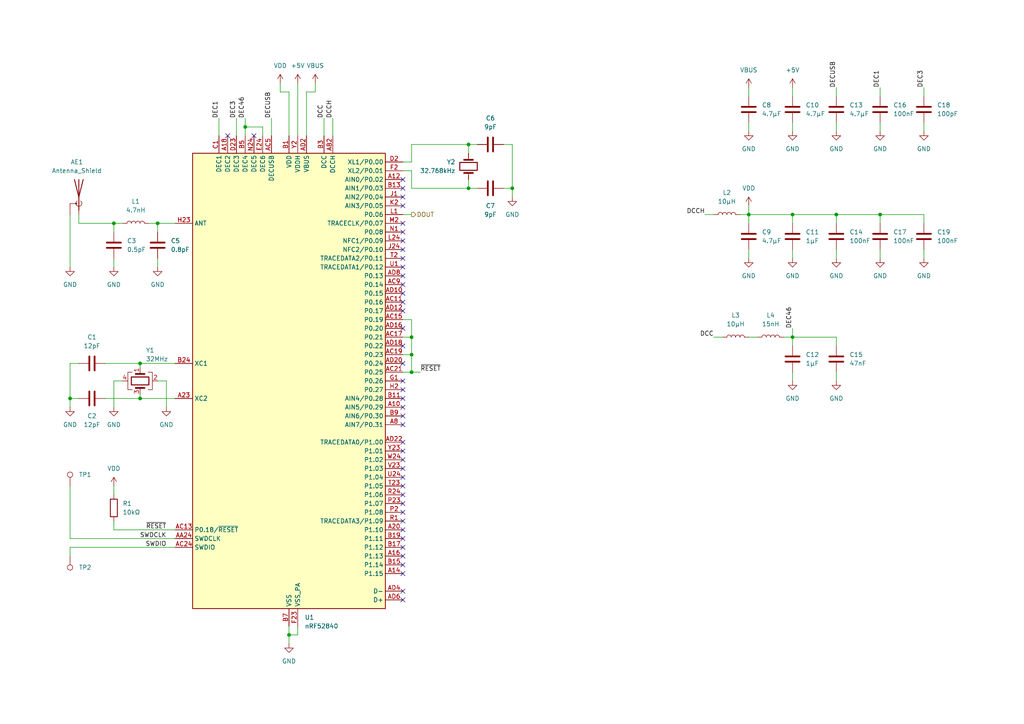
<source format=kicad_sch>
(kicad_sch (version 20211123) (generator eeschema)
  (paper "A4")
  (title_block (title "nrf-lumen") (date "2023-06-11") (rev "1") (company "Leon Rinkel") (comment 1 "leon@rinkel.me") (comment 2 "git.leon.fyi/nrf-lumen"))
  (lib_symbols
    (symbol "Connector:TestPoint" (pin_numbers hide) (pin_names (offset 0.762) hide)
      (property "Reference" "TP" (at 0 6.858 0))
      (property "Value" "TestPoint" (at 0 5.08 0))
      (symbol "TestPoint_0_1"
        (circle (center 0 3.302) (radius 0.762))
      )
      (symbol "TestPoint_1_1"
        (pin passive line (at 0 0 90) (length 2.54) (name "1") (number "1"))
      )
    )
    (symbol "Device:Antenna_Shield" (pin_numbers hide) (pin_names (offset 1.016) hide)
      (property "Reference" "AE" (at -1.905 4.445 0))
      (property "Value" "Antenna_Shield" (at -1.905 2.54 0))
      (symbol "Antenna_Shield_0_1"
        (arc (start -0.508 -1.143) (mid -0.8429 -2.1194) (end 0 -2.667))
        (arc (start 0 -2.667) (mid 0.7989 -2.1052) (end 0.508 -1.143))
        (polyline (pts (xy 0 -2.54) (xy 0 0)))
        (polyline (pts (xy 0 5.08) (xy 0 -3.81)) (stroke (width 0.254)))
        (polyline (pts (xy 0.762 -1.905) (xy 2.54 -1.905)))
        (polyline (pts (xy 2.54 -2.54) (xy 2.54 -1.905)))
        (polyline (pts (xy 1.27 5.08) (xy 0 0) (xy -1.27 5.08)) (stroke (width 0.254)))
        (circle (center 0.762 -1.905) (radius 0.1778) (fill (type outline)))
      )
      (symbol "Antenna_Shield_1_1"
        (pin input line (at 0 -5.08 90) (length 2.54) (name "A") (number "1"))
        (pin input line (at 2.54 -5.08 90) (length 2.54) (name "Shield") (number "2"))
      )
    )
    (symbol "Device:C" (pin_numbers hide) (pin_names (offset 0.254))
      (property "Reference" "C" (at 0.635 2.54 0))
      (property "Value" "C" (at 0.635 -2.54 0))
      (symbol "C_0_1"
        (polyline (pts (xy -2.032 -0.762) (xy 2.032 -0.762)) (stroke (width 0.508)))
        (polyline (pts (xy -2.032 0.762) (xy 2.032 0.762)) (stroke (width 0.508)))
      )
      (symbol "C_1_1"
        (pin passive line (at 0 3.81 270) (length 2.794) (name "~") (number "1"))
        (pin passive line (at 0 -3.81 90) (length 2.794) (name "~") (number "2"))
      )
    )
    (symbol "Device:Crystal" (pin_numbers hide) (pin_names (offset 1.016) hide)
      (property "Reference" "Y" (at 0 3.81 0))
      (property "Value" "Crystal" (at 0 -3.81 0))
      (symbol "Crystal_0_1"
        (rectangle (start -1.143 2.54) (end 1.143 -2.54) (stroke (width 0.3048)))
        (polyline (pts (xy -2.54 0) (xy -1.905 0)))
        (polyline (pts (xy -1.905 -1.27) (xy -1.905 1.27)) (stroke (width 0.508)))
        (polyline (pts (xy 1.905 -1.27) (xy 1.905 1.27)) (stroke (width 0.508)))
        (polyline (pts (xy 2.54 0) (xy 1.905 0)))
      )
      (symbol "Crystal_1_1"
        (pin passive line (at -3.81 0 0) (length 1.27) (name "1") (number "1"))
        (pin passive line (at 3.81 0 180) (length 1.27) (name "2") (number "2"))
      )
    )
    (symbol "Device:Crystal_GND24" (pin_names (offset 1.016) hide)
      (property "Reference" "Y" (at 3.175 5.08 0))
      (property "Value" "Crystal_GND24" (at 3.175 3.175 0))
      (symbol "Crystal_GND24_0_1"
        (rectangle (start -1.143 2.54) (end 1.143 -2.54) (stroke (width 0.3048)))
        (polyline (pts (xy -2.54 0) (xy -2.032 0)))
        (polyline (pts (xy -2.032 -1.27) (xy -2.032 1.27)) (stroke (width 0.508)))
        (polyline (pts (xy 0 -3.81) (xy 0 -3.556)))
        (polyline (pts (xy 0 3.556) (xy 0 3.81)))
        (polyline (pts (xy 2.032 -1.27) (xy 2.032 1.27)) (stroke (width 0.508)))
        (polyline (pts (xy 2.032 0) (xy 2.54 0)))
        (polyline (pts (xy -2.54 -2.286) (xy -2.54 -3.556) (xy 2.54 -3.556) (xy 2.54 -2.286)))
        (polyline (pts (xy -2.54 2.286) (xy -2.54 3.556) (xy 2.54 3.556) (xy 2.54 2.286)))
      )
      (symbol "Crystal_GND24_1_1"
        (pin passive line (at -3.81 0 0) (length 1.27) (name "1") (number "1"))
        (pin passive line (at 0 5.08 270) (length 1.27) (name "2") (number "2"))
        (pin passive line (at 3.81 0 180) (length 1.27) (name "3") (number "3"))
        (pin passive line (at 0 -5.08 90) (length 1.27) (name "4") (number "4"))
      )
    )
    (symbol "Device:L" (pin_numbers hide) (pin_names (offset 1.016) hide)
      (property "Reference" "L" (at -1.27 0 90))
      (property "Value" "L" (at 1.905 0 90))
      (symbol "L_0_1"
        (arc (start 0 -2.54) (mid 0.635 -1.905) (end 0 -1.27))
        (arc (start 0 -1.27) (mid 0.635 -0.635) (end 0 0))
        (arc (start 0 0) (mid 0.635 0.635) (end 0 1.27))
        (arc (start 0 1.27) (mid 0.635 1.905) (end 0 2.54))
      )
      (symbol "L_1_1"
        (pin passive line (at 0 3.81 270) (length 1.27) (name "1") (number "1"))
        (pin passive line (at 0 -3.81 90) (length 1.27) (name "2") (number "2"))
      )
    )
    (symbol "Device:R" (pin_numbers hide) (pin_names (offset 0))
      (property "Reference" "R" (at 2.032 0 90))
      (property "Value" "R" (at 0 0 90))
      (symbol "R_0_1"
        (rectangle (start -1.016 -2.54) (end 1.016 2.54) (stroke (width 0.254)))
      )
      (symbol "R_1_1"
        (pin passive line (at 0 3.81 270) (length 1.27) (name "~") (number "1"))
        (pin passive line (at 0 -3.81 90) (length 1.27) (name "~") (number "2"))
      )
    )
    (symbol "MCU_Nordic:nRF52840"
      (property "Reference" "U" (at 0 5.08 0))
      (property "Value" "nRF52840" (at 0 2.54 0))
      (symbol "nRF52840_0_1"
        (rectangle (start -27.94 66.04) (end 27.94 -66.04) (stroke (width 0.254)) (fill (type background)))
      )
      (symbol "nRF52840_1_1"
        (pin bidirectional line (at 33.02 -7.62 180) (length 5.08) (name "AIN5/P0.29") (number "A10"))
        (pin bidirectional line (at 33.02 58.42 180) (length 5.08) (name "AIN0/P0.02") (number "A12"))
        (pin bidirectional line (at 33.02 -55.88 180) (length 5.08) (name "P1.15") (number "A14"))
        (pin bidirectional line (at 33.02 -50.8 180) (length 5.08) (name "P1.13") (number "A16"))
        (pin passive line (at -17.78 71.12 270) (length 5.08) (name "DEC2") (number "A18"))
        (pin bidirectional line (at 33.02 -43.18 180) (length 5.08) (name "P1.10") (number "A20"))
        (pin passive line (at 0 71.12 270) (length 5.08) hide (name "VDD") (number "A22"))
        (pin input line (at -33.02 -5.08 0) (length 5.08) (name "XC2") (number "A23"))
        (pin bidirectional line (at 33.02 -12.7 180) (length 5.08) (name "AIN7/P0.31") (number "A8"))
        (pin input line (at -33.02 -45.72 0) (length 5.08) (name "SWDCLK") (number "AA24"))
        (pin power_out line (at 12.7 71.12 270) (length 5.08) (name "DCCH") (number "AB2"))
        (pin bidirectional line (at 33.02 22.86 180) (length 5.08) (name "P0.16") (number "AC11"))
        (pin bidirectional line (at -33.02 -43.18 0) (length 5.08) (name "P0.18/~{RESET}") (number "AC13"))
        (pin bidirectional line (at 33.02 17.78 180) (length 5.08) (name "P0.19") (number "AC15"))
        (pin bidirectional line (at 33.02 12.7 180) (length 5.08) (name "P0.21") (number "AC17"))
        (pin bidirectional line (at 33.02 7.62 180) (length 5.08) (name "P0.23") (number "AC19"))
        (pin bidirectional line (at 33.02 2.54 180) (length 5.08) (name "P0.25") (number "AC21"))
        (pin bidirectional line (at -33.02 -48.26 0) (length 5.08) (name "SWDIO") (number "AC24"))
        (pin passive line (at -5.08 71.12 270) (length 5.08) (name "DECUSB") (number "AC5"))
        (pin bidirectional line (at 33.02 27.94 180) (length 5.08) (name "P0.14") (number "AC9"))
        (pin bidirectional line (at 33.02 25.4 180) (length 5.08) (name "P0.15") (number "AD10"))
        (pin bidirectional line (at 33.02 20.32 180) (length 5.08) (name "P0.17") (number "AD12"))
        (pin passive line (at 0 71.12 270) (length 5.08) hide (name "VDD") (number "AD14"))
        (pin bidirectional line (at 33.02 15.24 180) (length 5.08) (name "P0.20") (number "AD16"))
        (pin bidirectional line (at 33.02 10.16 180) (length 5.08) (name "P0.22") (number "AD18"))
        (pin power_in line (at 5.08 71.12 270) (length 5.08) (name "VBUS") (number "AD2"))
        (pin bidirectional line (at 33.02 5.08 180) (length 5.08) (name "P0.24") (number "AD20"))
        (pin bidirectional line (at 33.02 -17.78 180) (length 5.08) (name "TRACEDATA0/P1.00") (number "AD22"))
        (pin passive line (at 0 71.12 270) (length 5.08) hide (name "VDD") (number "AD23"))
        (pin bidirectional line (at 33.02 -60.96 180) (length 5.08) (name "D-") (number "AD4"))
        (pin bidirectional line (at 33.02 -63.5 180) (length 5.08) (name "D+") (number "AD6"))
        (pin bidirectional line (at 33.02 30.48 180) (length 5.08) (name "P0.13") (number "AD8"))
        (pin power_in line (at 0 71.12 270) (length 5.08) (name "VDD") (number "B1"))
        (pin bidirectional line (at 33.02 -5.08 180) (length 5.08) (name "AIN4/P0.28") (number "B11"))
        (pin bidirectional line (at 33.02 55.88 180) (length 5.08) (name "AIN1/P0.03") (number "B13"))
        (pin bidirectional line (at 33.02 -53.34 180) (length 5.08) (name "P1.14") (number "B15"))
        (pin bidirectional line (at 33.02 -48.26 180) (length 5.08) (name "P1.12") (number "B17"))
        (pin bidirectional line (at 33.02 -45.72 180) (length 5.08) (name "P1.11") (number "B19"))
        (pin input line (at -33.02 5.08 0) (length 5.08) (name "XC1") (number "B24"))
        (pin power_out line (at 10.16 71.12 270) (length 5.08) (name "DCC") (number "B3"))
        (pin passive line (at -12.7 71.12 270) (length 5.08) (name "DEC4") (number "B5"))
        (pin power_in line (at 0 -71.12 90) (length 5.08) (name "VSS") (number "B7"))
        (pin bidirectional line (at 33.02 -10.16 180) (length 5.08) (name "AIN6/P0.30") (number "B9"))
        (pin passive line (at -20.32 71.12 270) (length 5.08) (name "DEC1") (number "C1"))
        (pin bidirectional line (at 33.02 63.5 180) (length 5.08) (name "XL1/P0.00") (number "D2"))
        (pin passive line (at -15.24 71.12 270) (length 5.08) (name "DEC3") (number "D23"))
        (pin passive line (at -7.62 71.12 270) (length 5.08) (name "DEC6") (number "E24"))
        (pin passive line (at 0 -71.12 90) (length 5.08) hide (name "VSS") (number "EP"))
        (pin bidirectional line (at 33.02 60.96 180) (length 5.08) (name "XL2/P0.01") (number "F2"))
        (pin power_in line (at 2.54 -71.12 90) (length 5.08) (name "VSS_PA") (number "F23"))
        (pin bidirectional line (at 33.02 0 180) (length 5.08) (name "P0.26") (number "G1"))
        (pin bidirectional line (at 33.02 -2.54 180) (length 5.08) (name "P0.27") (number "H2"))
        (pin passive line (at -33.02 45.72 0) (length 5.08) (name "ANT") (number "H23"))
        (pin bidirectional line (at 33.02 53.34 180) (length 5.08) (name "AIN2/P0.04") (number "J1"))
        (pin bidirectional line (at 33.02 38.1 180) (length 5.08) (name "NFC2/P0.10") (number "J24"))
        (pin bidirectional line (at 33.02 50.8 180) (length 5.08) (name "AIN3/P0.05") (number "K2"))
        (pin bidirectional line (at 33.02 48.26 180) (length 5.08) (name "P0.06") (number "L1"))
        (pin bidirectional line (at 33.02 40.64 180) (length 5.08) (name "NFC1/P0.09") (number "L24"))
        (pin bidirectional line (at 33.02 45.72 180) (length 5.08) (name "TRACECLK/P0.07") (number "M2"))
        (pin bidirectional line (at 33.02 43.18 180) (length 5.08) (name "P0.08") (number "N1"))
        (pin passive line (at -10.16 71.12 270) (length 5.08) (name "DEC5") (number "N24"))
        (pin bidirectional line (at 33.02 -38.1 180) (length 5.08) (name "P1.08") (number "P2"))
        (pin bidirectional line (at 33.02 -35.56 180) (length 5.08) (name "P1.07") (number "P23"))
        (pin bidirectional line (at 33.02 -40.64 180) (length 5.08) (name "TRACEDATA3/P1.09") (number "R1"))
        (pin bidirectional line (at 33.02 -33.02 180) (length 5.08) (name "P1.06") (number "R24"))
        (pin bidirectional line (at 33.02 35.56 180) (length 5.08) (name "TRACEDATA2/P0.11") (number "T2"))
        (pin bidirectional line (at 33.02 -30.48 180) (length 5.08) (name "P1.05") (number "T23"))
        (pin bidirectional line (at 33.02 33.02 180) (length 5.08) (name "TRACEDATA1/P0.12") (number "U1"))
        (pin bidirectional line (at 33.02 -27.94 180) (length 5.08) (name "P1.04") (number "U24"))
        (pin bidirectional line (at 33.02 -25.4 180) (length 5.08) (name "P1.03") (number "V23"))
        (pin passive line (at 0 71.12 270) (length 5.08) hide (name "VDD") (number "W1"))
        (pin bidirectional line (at 33.02 -22.86 180) (length 5.08) (name "P1.02") (number "W24"))
        (pin power_in line (at 2.54 71.12 270) (length 5.08) (name "VDDH") (number "Y2"))
        (pin bidirectional line (at 33.02 -20.32 180) (length 5.08) (name "P1.01") (number "Y23"))
      )
    )
    (symbol "power:+5V" (power) (pin_names (offset 0))
      (property "Value" "+5V" (at 0 3.556 0))
      (symbol "+5V_0_1"
        (polyline (pts (xy -0.762 1.27) (xy 0 2.54)))
        (polyline (pts (xy 0 0) (xy 0 2.54)))
        (polyline (pts (xy 0 2.54) (xy 0.762 1.27)))
      )
      (symbol "+5V_1_1"
        (pin power_in line (at 0 0 90) (length 0) hide (name "+5V") (number "1"))
      )
    )
    (symbol "power:GND" (power) (pin_names (offset 0))
      (property "Value" "GND" (at 0 -3.81 0))
      (symbol "GND_0_1"
        (polyline (pts (xy 0 0) (xy 0 -1.27) (xy 1.27 -1.27) (xy 0 -2.54) (xy -1.27 -1.27) (xy 0 -1.27)))
      )
      (symbol "GND_1_1"
        (pin power_in line (at 0 0 270) (length 0) hide (name "GND") (number "1"))
      )
    )
    (symbol "power:VBUS" (power) (pin_names (offset 0))
      (property "Value" "VBUS" (at 0 3.81 0))
      (symbol "VBUS_0_1"
        (polyline (pts (xy -0.762 1.27) (xy 0 2.54)))
        (polyline (pts (xy 0 0) (xy 0 2.54)))
        (polyline (pts (xy 0 2.54) (xy 0.762 1.27)))
      )
      (symbol "VBUS_1_1"
        (pin power_in line (at 0 0 90) (length 0) hide (name "VBUS") (number "1"))
      )
    )
    (symbol "power:VDD" (power) (pin_names (offset 0))
      (property "Value" "VDD" (at 0 3.81 0))
      (symbol "VDD_0_1"
        (polyline (pts (xy -0.762 1.27) (xy 0 2.54)))
        (polyline (pts (xy 0 0) (xy 0 2.54)))
        (polyline (pts (xy 0 2.54) (xy 0.762 1.27)))
      )
      (symbol "VDD_1_1"
        (pin power_in line (at 0 0 90) (length 0) hide (name "VDD") (number "1"))
      )
    )
  )
  (junction (at 119.38 107.95))
  (junction (at 83.82 184.15))
  (junction (at 45.72 64.77))
  (junction (at 40.64 105.41))
  (junction (at 71.12 36.83))
  (junction (at 217.17 62.23))
  (junction (at 135.89 54.61))
  (junction (at 242.57 62.23))
  (junction (at 40.64 115.57))
  (junction (at 229.87 97.79))
  (junction (at 119.38 102.87))
  (junction (at 119.38 97.79))
  (junction (at 229.87 62.23))
  (junction (at 255.27 62.23))
  (junction (at 33.02 64.77))
  (junction (at 135.89 41.91))
  (junction (at 148.59 54.61))
  (junction (at 20.32 115.57))
  (no_connect (at 116.84 151.13))
  (no_connect (at 116.84 173.99))
  (no_connect (at 116.84 52.07))
  (no_connect (at 116.84 77.47))
  (no_connect (at 116.84 166.37))
  (no_connect (at 116.84 87.63))
  (no_connect (at 116.84 128.27))
  (no_connect (at 116.84 57.15))
  (no_connect (at 116.84 148.59))
  (no_connect (at 116.84 156.21))
  (no_connect (at 66.04 39.37))
  (no_connect (at 116.84 153.67))
  (no_connect (at 116.84 130.81))
  (no_connect (at 116.84 161.29))
  (no_connect (at 116.84 138.43))
  (no_connect (at 116.84 95.25))
  (no_connect (at 116.84 105.41))
  (no_connect (at 116.84 113.03))
  (no_connect (at 116.84 64.77))
  (no_connect (at 116.84 85.09))
  (no_connect (at 116.84 110.49))
  (no_connect (at 116.84 140.97))
  (no_connect (at 116.84 82.55))
  (no_connect (at 116.84 146.05))
  (no_connect (at 116.84 118.11))
  (no_connect (at 116.84 171.45))
  (no_connect (at 116.84 90.17))
  (no_connect (at 116.84 54.61))
  (no_connect (at 116.84 133.35))
  (no_connect (at 116.84 74.93))
  (no_connect (at 73.66 39.37))
  (no_connect (at 116.84 80.01))
  (no_connect (at 116.84 135.89))
  (no_connect (at 116.84 72.39))
  (no_connect (at 116.84 123.19))
  (no_connect (at 116.84 69.85))
  (no_connect (at 116.84 67.31))
  (no_connect (at 116.84 59.69))
  (no_connect (at 116.84 158.75))
  (no_connect (at 116.84 143.51))
  (no_connect (at 116.84 120.65))
  (no_connect (at 116.84 100.33))
  (no_connect (at 116.84 163.83))
  (no_connect (at 116.84 115.57))
  (wire (pts (xy 33.02 64.77) (xy 33.02 67.31)))
  (wire (pts (xy 93.98 34.29) (xy 93.98 39.37)))
  (wire (pts (xy 81.28 26.67) (xy 83.82 26.67)))
  (wire (pts (xy 40.64 106.68) (xy 40.64 105.41)))
  (wire (pts (xy 68.58 34.29) (xy 68.58 39.37)))
  (wire (pts (xy 83.82 26.67) (xy 83.82 39.37)))
  (wire (pts (xy 45.72 64.77) (xy 50.8 64.77)))
  (wire (pts (xy 214.63 62.23) (xy 217.17 62.23)))
  (wire (pts (xy 83.82 184.15) (xy 83.82 186.69)))
  (wire (pts (xy 255.27 35.56) (xy 255.27 38.1)))
  (wire (pts (xy 30.48 105.41) (xy 40.64 105.41)))
  (wire (pts (xy 116.84 49.53) (xy 119.38 49.53)))
  (wire (pts (xy 33.02 110.49) (xy 33.02 118.11)))
  (wire (pts (xy 242.57 62.23) (xy 255.27 62.23)))
  (wire (pts (xy 71.12 36.83) (xy 76.2 36.83)))
  (wire (pts (xy 267.97 25.4) (xy 267.97 27.94)))
  (wire (pts (xy 20.32 158.75) (xy 50.8 158.75)))
  (wire (pts (xy 78.74 34.29) (xy 78.74 39.37)))
  (wire (pts (xy 148.59 57.15) (xy 148.59 54.61)))
  (wire (pts (xy 20.32 158.75) (xy 20.32 161.29)))
  (wire (pts (xy 43.18 64.77) (xy 45.72 64.77)))
  (wire (pts (xy 119.38 49.53) (xy 119.38 54.61)))
  (wire (pts (xy 22.86 64.77) (xy 33.02 64.77)))
  (wire (pts (xy 229.87 97.79) (xy 229.87 100.33)))
  (wire (pts (xy 20.32 156.21) (xy 20.32 140.97)))
  (wire (pts (xy 91.44 24.13) (xy 91.44 26.67)))
  (wire (pts (xy 116.84 62.23) (xy 119.38 62.23)))
  (wire (pts (xy 242.57 107.95) (xy 242.57 110.49)))
  (wire (pts (xy 242.57 25.4) (xy 242.57 27.94)))
  (wire (pts (xy 138.43 54.61) (xy 135.89 54.61)))
  (wire (pts (xy 20.32 115.57) (xy 20.32 118.11)))
  (wire (pts (xy 227.33 97.79) (xy 229.87 97.79)))
  (wire (pts (xy 148.59 54.61) (xy 148.59 41.91)))
  (wire (pts (xy 146.05 54.61) (xy 148.59 54.61)))
  (wire (pts (xy 119.38 102.87) (xy 119.38 107.95)))
  (wire (pts (xy 217.17 62.23) (xy 229.87 62.23)))
  (wire (pts (xy 48.26 110.49) (xy 48.26 118.11)))
  (wire (pts (xy 76.2 36.83) (xy 76.2 39.37)))
  (wire (pts (xy 217.17 59.69) (xy 217.17 62.23)))
  (wire (pts (xy 148.59 41.91) (xy 146.05 41.91)))
  (wire (pts (xy 217.17 62.23) (xy 217.17 64.77)))
  (wire (pts (xy 88.9 26.67) (xy 88.9 39.37)))
  (wire (pts (xy 86.36 24.13) (xy 86.36 39.37)))
  (wire (pts (xy 207.01 97.79) (xy 209.55 97.79)))
  (wire (pts (xy 91.44 26.67) (xy 88.9 26.67)))
  (wire (pts (xy 229.87 97.79) (xy 242.57 97.79)))
  (wire (pts (xy 229.87 25.4) (xy 229.87 27.94)))
  (wire (pts (xy 242.57 62.23) (xy 242.57 64.77)))
  (wire (pts (xy 83.82 181.61) (xy 83.82 184.15)))
  (wire (pts (xy 96.52 34.29) (xy 96.52 39.37)))
  (wire (pts (xy 229.87 62.23) (xy 229.87 64.77)))
  (wire (pts (xy 255.27 62.23) (xy 267.97 62.23)))
  (wire (pts (xy 217.17 97.79) (xy 219.71 97.79)))
  (wire (pts (xy 242.57 97.79) (xy 242.57 100.33)))
  (wire (pts (xy 204.47 62.23) (xy 207.01 62.23)))
  (wire (pts (xy 22.86 105.41) (xy 20.32 105.41)))
  (wire (pts (xy 255.27 62.23) (xy 255.27 64.77)))
  (wire (pts (xy 229.87 95.25) (xy 229.87 97.79)))
  (wire (pts (xy 217.17 25.4) (xy 217.17 27.94)))
  (wire (pts (xy 217.17 35.56) (xy 217.17 38.1)))
  (wire (pts (xy 135.89 54.61) (xy 135.89 52.07)))
  (wire (pts (xy 116.84 46.99) (xy 119.38 46.99)))
  (wire (pts (xy 45.72 64.77) (xy 45.72 67.31)))
  (wire (pts (xy 33.02 151.13) (xy 33.02 153.67)))
  (wire (pts (xy 255.27 25.4) (xy 255.27 27.94)))
  (wire (pts (xy 71.12 36.83) (xy 71.12 39.37)))
  (wire (pts (xy 119.38 54.61) (xy 135.89 54.61)))
  (wire (pts (xy 119.38 97.79) (xy 119.38 92.71)))
  (wire (pts (xy 35.56 110.49) (xy 33.02 110.49)))
  (wire (pts (xy 33.02 74.93) (xy 33.02 77.47)))
  (wire (pts (xy 20.32 105.41) (xy 20.32 115.57)))
  (wire (pts (xy 217.17 72.39) (xy 217.17 74.93)))
  (wire (pts (xy 229.87 72.39) (xy 229.87 74.93)))
  (wire (pts (xy 255.27 72.39) (xy 255.27 74.93)))
  (wire (pts (xy 20.32 156.21) (xy 50.8 156.21)))
  (wire (pts (xy 119.38 102.87) (xy 119.38 97.79)))
  (wire (pts (xy 20.32 62.23) (xy 20.32 77.47)))
  (wire (pts (xy 229.87 107.95) (xy 229.87 110.49)))
  (wire (pts (xy 119.38 97.79) (xy 116.84 97.79)))
  (wire (pts (xy 22.86 62.23) (xy 22.86 64.77)))
  (wire (pts (xy 135.89 41.91) (xy 119.38 41.91)))
  (wire (pts (xy 83.82 184.15) (xy 86.36 184.15)))
  (wire (pts (xy 40.64 115.57) (xy 50.8 115.57)))
  (wire (pts (xy 40.64 114.3) (xy 40.64 115.57)))
  (wire (pts (xy 119.38 41.91) (xy 119.38 46.99)))
  (wire (pts (xy 119.38 92.71) (xy 116.84 92.71)))
  (wire (pts (xy 267.97 72.39) (xy 267.97 74.93)))
  (wire (pts (xy 45.72 74.93) (xy 45.72 77.47)))
  (wire (pts (xy 135.89 44.45) (xy 135.89 41.91)))
  (wire (pts (xy 135.89 41.91) (xy 138.43 41.91)))
  (wire (pts (xy 229.87 62.23) (xy 242.57 62.23)))
  (wire (pts (xy 71.12 34.29) (xy 71.12 36.83)))
  (wire (pts (xy 267.97 64.77) (xy 267.97 62.23)))
  (wire (pts (xy 267.97 35.56) (xy 267.97 38.1)))
  (wire (pts (xy 119.38 107.95) (xy 121.92 107.95)))
  (wire (pts (xy 242.57 35.56) (xy 242.57 38.1)))
  (wire (pts (xy 33.02 153.67) (xy 50.8 153.67)))
  (wire (pts (xy 33.02 140.97) (xy 33.02 143.51)))
  (wire (pts (xy 116.84 102.87) (xy 119.38 102.87)))
  (wire (pts (xy 33.02 64.77) (xy 35.56 64.77)))
  (wire (pts (xy 242.57 72.39) (xy 242.57 74.93)))
  (wire (pts (xy 45.72 110.49) (xy 48.26 110.49)))
  (wire (pts (xy 81.28 24.13) (xy 81.28 26.67)))
  (wire (pts (xy 40.64 105.41) (xy 50.8 105.41)))
  (wire (pts (xy 30.48 115.57) (xy 40.64 115.57)))
  (wire (pts (xy 119.38 107.95) (xy 116.84 107.95)))
  (wire (pts (xy 86.36 184.15) (xy 86.36 181.61)))
  (wire (pts (xy 20.32 115.57) (xy 22.86 115.57)))
  (wire (pts (xy 229.87 35.56) (xy 229.87 38.1)))
  (wire (pts (xy 63.5 34.29) (xy 63.5 39.37)))
  (label "DECUSB" (at 78.74 34.29 90))
  (label "DEC46" (at 71.12 34.29 90))
  (label "~{RESET}" (at 121.92 107.95 0))
  (label "DEC3" (at 68.58 34.29 90))
  (label "DEC3" (at 267.97 25.4 90))
  (label "DEC1" (at 255.27 25.4 90))
  (label "DEC46" (at 229.87 95.25 90))
  (label "SWDIO" (at 48.26 158.75 180))
  (label "DEC1" (at 63.5 34.29 90))
  (label "DECUSB" (at 242.57 25.4 90))
  (label "DCCH" (at 204.47 62.23 180))
  (label "DCC" (at 93.98 34.29 90))
  (label "DCC" (at 207.01 97.79 180))
  (label "SWDCLK" (at 48.26 156.21 180))
  (label "~{RESET}" (at 48.26 153.67 180))
  (label "DCCH" (at 96.52 34.29 90))
  (hierarchical_label "DOUT" (shape output) (at 119.38 62.23 0))
  (symbol (lib_id "Device:Antenna_Shield") (at 22.86 57.15 0) (mirror y) (unit 1) (in_bom no)
    (property "Reference" "AE1" (at 22.2885 46.99 0))
    (property "Value" "Antenna_Shield" (at 22.2885 49.53 0))
    (property "Footprint" "RF_Antenna:Texas_SWRA117D_2.4GHz_Right" (effects hide))
  )
  (symbol (lib_id "power:GND") (at 33.02 77.47 0) (unit 1)
    (property "Reference" "#PWR04" (effects hide))
    (property "Value" "GND" (at 33.02 82.55 0))
  )
  (symbol (lib_id "power:GND") (at 20.32 118.11 0) (unit 1)
    (property "Reference" "#PWR02" (effects hide))
    (property "Value" "GND" (at 20.32 123.19 0))
  )
  (symbol (lib_id "power:GND") (at 83.82 186.69 0) (unit 1)
    (property "Reference" "#PWR011" (effects hide))
    (property "Value" "GND" (at 83.82 191.77 0))
  )
  (symbol (lib_id "power:GND") (at 229.87 74.93 0) (unit 1)
    (property "Reference" "#PWR032" (effects hide))
    (property "Value" "GND" (at 229.87 80.01 0))
  )
  (symbol (lib_id "power:VBUS") (at 91.44 24.13 0) (unit 1)
    (property "Reference" "#PWR013" (effects hide))
    (property "Value" "VBUS" (at 91.44 19.05 0))
  )
  (symbol (lib_id "power:GND") (at 48.26 118.11 0) (unit 1)
    (property "Reference" "#PWR09" (effects hide))
    (property "Value" "GND" (at 48.26 123.19 0))
  )
  (symbol (lib_id "power:VBUS") (at 217.17 25.4 0) (unit 1)
    (property "Reference" "#PWR023" (effects hide))
    (property "Value" "VBUS" (at 217.17 20.32 0))
  )
  (symbol (lib_id "Device:L") (at 39.37 64.77 90) (unit 1)
    (property "Reference" "L1" (at 39.37 58.42 90))
    (property "Value" "4.7nH" (at 39.37 60.96 90))
    (property "Footprint" "Inductor_SMD:L_0402_1005Metric" (effects hide))
    (property "Mouser No" "81-LQW15AN4N7B00D" (effects hide))
    (property "Mfr. No" "LQW15AN4N7B00D" (effects hide))
    (property "Mfr." "Murata Electronics" (effects hide))
  )
  (symbol (lib_id "power:GND") (at 217.17 74.93 0) (unit 1)
    (property "Reference" "#PWR026" (effects hide))
    (property "Value" "GND" (at 217.17 80.01 0))
  )
  (symbol (lib_id "Device:C") (at 33.02 71.12 0) (unit 1)
    (property "Reference" "C3" (at 36.83 69.8499 0) (effects (justify left)))
    (property "Value" "0.5pF" (at 36.83 72.3899 0) (effects (justify left)))
    (property "Footprint" "Capacitor_SMD:C_0402_1005Metric" (effects hide))
    (property "Mouser No" "81-GJM1555C1HR50RB2D" (effects hide))
    (property "Mfr. No" "GJM1555C1HR50RB12D" (effects hide))
    (property "Mfr." "Murata Electronics" (effects hide))
  )
  (symbol (lib_id "Connector:TestPoint") (at 20.32 161.29 180) (unit 1)
    (property "Reference" "TP2" (at 22.86 164.5919 0) (effects (justify right)))
    (property "Value" "TestPoint" (effects hide))
    (property "Footprint" "TestPoint:TestPoint_Pad_D1.0mm" (effects hide))
  )
  (symbol (lib_id "MCU_Nordic:nRF52840") (at 83.82 110.49 0) (unit 1)
    (property "Reference" "U1" (at 88.3794 179.07 0) (effects (justify left)))
    (property "Value" "nRF52840" (at 88.3794 181.61 0) (effects (justify left)))
    (property "Footprint" "Package_DFN_QFN:Nordic_AQFN-73-1EP_7x7mm_P0.5mm" (effects hide))
    (property "Datasheet" "http://infocenter.nordicsemi.com/topic/com.nordic.infocenter.nrf52/dita/nrf52/chips/nrf52840.html" (effects hide))
    (property "Mouser No" "949-NRF52840-QIAA-R7" (effects hide))
    (property "Mfr. No" "NRF52840-QIAA-R7" (effects hide))
    (property "Mfr." "Nordic Semiconductor" (effects hide))
  )
  (symbol (lib_id "power:GND") (at 255.27 74.93 0) (unit 1)
    (property "Reference" "#PWR038" (effects hide))
    (property "Value" "GND" (at 255.27 80.01 0))
  )
  (symbol (lib_id "Device:Crystal_GND24") (at 40.64 110.49 270) (unit 1)
    (property "Reference" "Y1" (at 42.2911 101.6 90) (effects (justify left)))
    (property "Value" "32MHz" (at 42.2911 104.14 90) (effects (justify left)))
    (property "Footprint" "Crystal:Crystal_SMD_2016-4Pin_2.0x1.6mm" (effects hide))
    (property "Mouser No" "815-11W32-8D1XT" (effects hide))
    (property "Mfr. No" "ABM11W-32.0000MHZ-8-D1X-T3" (effects hide))
    (property "Mfr." "ABRACON" (effects hide))
  )
  (symbol (lib_id "power:VDD") (at 33.02 140.97 0) (unit 1)
    (property "Reference" "#PWR06" (effects hide))
    (property "Value" "VDD" (at 33.02 135.89 0))
  )
  (symbol (lib_id "Device:C") (at 142.24 54.61 90) (unit 1)
    (property "Reference" "C7" (at 142.24 59.69 90))
    (property "Value" "9pF" (at 142.24 62.23 90))
    (property "Footprint" "Capacitor_SMD:C_0402_1005Metric" (effects hide))
    (property "Mouser No" "81-GJM1555C1H9R0CB1J" (effects hide))
    (property "Mfr. No" "GJM1555C1H9R0CB01J" (effects hide))
    (property "Mfr." "Murata Electronics" (effects hide))
  )
  (symbol (lib_id "power:GND") (at 33.02 118.11 0) (unit 1)
    (property "Reference" "#PWR05" (effects hide))
    (property "Value" "GND" (at 33.02 123.19 0))
  )
  (symbol (lib_id "power:GND") (at 255.27 38.1 0) (unit 1)
    (property "Reference" "#PWR037" (effects hide))
    (property "Value" "GND" (at 255.27 43.18 0))
  )
  (symbol (lib_id "Device:Crystal") (at 135.89 48.26 90) (unit 1)
    (property "Reference" "Y2" (at 132.08 46.9899 90) (effects (justify left)))
    (property "Value" "32.768kHz" (at 132.08 49.5299 90) (effects (justify left)))
    (property "Footprint" "Crystal:Crystal_SMD_3215-2Pin_3.2x1.5mm" (effects hide))
    (property "Mouser No" "815-ABS07-32.768K7T" (effects hide))
    (property "Mfr. No" "ABS07-32.768KHZ-7-T" (effects hide))
    (property "Mfr." "ABRACON" (effects hide))
  )
  (symbol (lib_id "Device:R") (at 33.02 147.32 0) (unit 1)
    (property "Reference" "R1" (at 35.56 146.0499 0) (effects (justify left)))
    (property "Value" "10kΩ" (at 35.56 148.5899 0) (effects (justify left)))
    (property "Footprint" "Resistor_SMD:R_0402_1005Metric" (effects hide))
    (property "Mouser No" "603-RC0402FR-0710KL" (effects hide))
    (property "Mfr. No" "RC0402FR-0710KL" (effects hide))
    (property "Mfr." "YAGEO" (effects hide))
  )
  (symbol (lib_id "power:GND") (at 242.57 110.49 0) (unit 1)
    (property "Reference" "#PWR036" (effects hide))
    (property "Value" "GND" (at 242.57 115.57 0))
  )
  (symbol (lib_id "power:GND") (at 148.59 57.15 0) (unit 1)
    (property "Reference" "#PWR014" (effects hide))
    (property "Value" "GND" (at 148.59 62.23 0))
  )
  (symbol (lib_id "Device:C") (at 26.67 115.57 90) (unit 1)
    (property "Reference" "C2" (at 26.67 120.65 90))
    (property "Value" "12pF" (at 26.67 123.19 90))
    (property "Footprint" "Capacitor_SMD:C_0402_1005Metric" (effects hide))
    (property "Mouser No" "81-GRM1555C1H120FA1J" (effects hide))
    (property "Mfr. No" "GRM1555C1H120FA01J" (effects hide))
    (property "Mfr." "Murata Electronics" (effects hide))
  )
  (symbol (lib_id "power:VDD") (at 217.17 59.69 0) (unit 1)
    (property "Reference" "#PWR025" (effects hide))
    (property "Value" "VDD" (at 217.17 54.61 0))
  )
  (symbol (lib_id "power:GND") (at 45.72 77.47 0) (unit 1)
    (property "Reference" "#PWR08" (effects hide))
    (property "Value" "GND" (at 45.72 82.55 0))
  )
  (symbol (lib_id "Device:C") (at 45.72 71.12 0) (unit 1)
    (property "Reference" "C5" (at 49.53 69.8499 0) (effects (justify left)))
    (property "Value" "0.8pF" (at 49.53 72.3899 0) (effects (justify left)))
    (property "Footprint" "Capacitor_SMD:C_0402_1005Metric" (effects hide))
    (property "Mouser No" "81-GJM1555C1HR80WB1D" (effects hide))
    (property "Mfr. No" "GJM1555C1HR80WB01D" (effects hide))
    (property "Mfr." "Murata Electronics" (effects hide))
  )
  (symbol (lib_id "power:+5V") (at 229.87 25.4 0) (unit 1)
    (property "Reference" "#PWR030" (effects hide))
    (property "Value" "+5V" (at 229.87 20.32 0))
  )
  (symbol (lib_id "power:GND") (at 242.57 74.93 0) (unit 1)
    (property "Reference" "#PWR035" (effects hide))
    (property "Value" "GND" (at 242.57 80.01 0))
  )
  (symbol (lib_id "power:GND") (at 242.57 38.1 0) (unit 1)
    (property "Reference" "#PWR034" (effects hide))
    (property "Value" "GND" (at 242.57 43.18 0))
  )
  (symbol (lib_id "Device:L") (at 213.36 97.79 90) (unit 1)
    (property "Reference" "L3" (at 213.36 91.44 90))
    (property "Value" "10µH" (at 213.36 93.98 90))
    (property "Footprint" "Inductor_SMD:L_0603_1608Metric" (effects hide))
    (property "Mouser No" "81-LQM18DZ100M70L" (effects hide))
    (property "Mfr. No" "LQM18DZ100M70L" (effects hide))
    (property "Mfr." "Murata Electronics" (effects hide))
  )
  (symbol (lib_id "Device:C") (at 229.87 31.75 0) (unit 1)
    (property "Reference" "C10" (at 233.68 30.4799 0) (effects (justify left)))
    (property "Value" "4.7µF" (at 233.68 33.0199 0) (effects (justify left)))
    (property "Footprint" "Capacitor_SMD:C_0603_1608Metric" (effects hide))
    (property "Mfr." "Murata Electronics" (effects hide))
    (property "Mfr. No" "GRT188C71C475KE13D" (effects hide))
    (property "Mouser No" "81-GRT188C71C475KE13" (effects hide))
  )
  (symbol (lib_id "Device:C") (at 255.27 31.75 0) (unit 1)
    (property "Reference" "C16" (at 259.08 30.4799 0) (effects (justify left)))
    (property "Value" "100nF" (at 259.08 33.0199 0) (effects (justify left)))
    (property "Footprint" "Capacitor_SMD:C_0402_1005Metric" (effects hide))
    (property "Mfr." "Murata Electronics" (effects hide))
    (property "Mfr. No" "GRM155R71A104KA01D" (effects hide))
    (property "Mouser No" "81-GRM155R71A104KA1D" (effects hide))
  )
  (symbol (lib_id "Device:C") (at 242.57 104.14 0) (unit 1)
    (property "Reference" "C15" (at 246.38 102.8699 0) (effects (justify left)))
    (property "Value" "47nF" (at 246.38 105.4099 0) (effects (justify left)))
    (property "Footprint" "Capacitor_SMD:C_0402_1005Metric" (effects hide))
    (property "Mouser No" "81-GRM155C71H473JE9D" (effects hide))
    (property "Mfr. No" "GRM155C71H473JE19D" (effects hide))
    (property "Mfr." "Murata Electronics" (effects hide))
  )
  (symbol (lib_id "Device:L") (at 223.52 97.79 90) (unit 1)
    (property "Reference" "L4" (at 223.52 91.44 90))
    (property "Value" "15nH" (at 223.52 93.98 90))
    (property "Footprint" "Inductor_SMD:L_0402_1005Metric" (effects hide))
    (property "Mouser No" "81-LQG15HS15NG02D" (effects hide))
    (property "Mfr. No" "LQG15HS15NG02D" (effects hide))
    (property "Mfr." "Murata Electronics" (effects hide))
  )
  (symbol (lib_id "Device:C") (at 229.87 104.14 0) (unit 1)
    (property "Reference" "C12" (at 233.68 102.8699 0) (effects (justify left)))
    (property "Value" "1µF" (at 233.68 105.4099 0) (effects (justify left)))
    (property "Footprint" "Capacitor_SMD:C_0603_1608Metric" (effects hide))
    (property "Mouser No" "81-GRT188R61H105KE3D" (effects hide))
    (property "Mfr. No" "GRT188R61H105KE13D" (effects hide))
    (property "Mfr." "Murata Electronics" (effects hide))
  )
  (symbol (lib_id "power:GND") (at 20.32 77.47 0) (unit 1)
    (property "Reference" "#PWR01" (effects hide))
    (property "Value" "GND" (at 20.32 82.55 0))
  )
  (symbol (lib_id "Device:C") (at 242.57 31.75 0) (unit 1)
    (property "Reference" "C13" (at 246.38 30.4799 0) (effects (justify left)))
    (property "Value" "4.7µF" (at 246.38 33.0199 0) (effects (justify left)))
    (property "Footprint" "Capacitor_SMD:C_0603_1608Metric" (effects hide))
    (property "Mfr." "Murata Electronics" (effects hide))
    (property "Mfr. No" "GRT188C71C475KE13D" (effects hide))
    (property "Mouser No" "81-GRT188C71C475KE13" (effects hide))
  )
  (symbol (lib_id "Device:C") (at 26.67 105.41 90) (unit 1)
    (property "Reference" "C1" (at 26.67 97.79 90))
    (property "Value" "12pF" (at 26.67 100.33 90))
    (property "Footprint" "Capacitor_SMD:C_0402_1005Metric" (effects hide))
    (property "Mouser No" "81-GRM1555C1H120FA1J" (effects hide))
    (property "Mfr. No" "GRM1555C1H120FA01J" (effects hide))
    (property "Mfr." "Murata Electronics" (effects hide))
  )
  (symbol (lib_id "power:+5V") (at 86.36 24.13 0) (unit 1)
    (property "Reference" "#PWR012" (effects hide))
    (property "Value" "+5V" (at 86.36 19.05 0))
  )
  (symbol (lib_id "Device:L") (at 210.82 62.23 90) (unit 1)
    (property "Reference" "L2" (at 210.82 55.88 90))
    (property "Value" "10µH" (at 210.82 58.42 90))
    (property "Footprint" "Inductor_SMD:L_0603_1608Metric" (effects hide))
    (property "Mfr." "Murata Electronics" (effects hide))
    (property "Mfr. No" "LQM18DZ100M70L" (effects hide))
    (property "Mouser No" "81-LQM18DZ100M70L" (effects hide))
  )
  (symbol (lib_id "power:GND") (at 217.17 38.1 0) (unit 1)
    (property "Reference" "#PWR024" (effects hide))
    (property "Value" "GND" (at 217.17 43.18 0))
  )
  (symbol (lib_id "Device:C") (at 217.17 68.58 0) (unit 1)
    (property "Reference" "C9" (at 220.98 67.3099 0) (effects (justify left)))
    (property "Value" "4.7µF" (at 220.98 69.8499 0) (effects (justify left)))
    (property "Footprint" "Capacitor_SMD:C_0603_1608Metric" (effects hide))
    (property "Mouser No" "81-GRT188C71C475KE13" (effects hide))
    (property "Mfr. No" "GRT188C71C475KE13D" (effects hide))
    (property "Mfr." "Murata Electronics" (effects hide))
  )
  (symbol (lib_id "Device:C") (at 267.97 31.75 0) (unit 1)
    (property "Reference" "C18" (at 271.78 30.4799 0) (effects (justify left)))
    (property "Value" "100pF" (at 271.78 33.0199 0) (effects (justify left)))
    (property "Footprint" "Capacitor_SMD:C_0402_1005Metric" (effects hide))
    (property "Mouser No" "81-GRM1555C1H101JA1D" (effects hide))
    (property "Mfr. No" "GRM1555C1H101JA01D" (effects hide))
    (property "Mfr." "Murata Electronics" (effects hide))
  )
  (symbol (lib_id "power:GND") (at 229.87 38.1 0) (unit 1)
    (property "Reference" "#PWR031" (effects hide))
    (property "Value" "GND" (at 229.87 43.18 0))
  )
  (symbol (lib_id "power:GND") (at 267.97 74.93 0) (unit 1)
    (property "Reference" "#PWR041" (effects hide))
    (property "Value" "GND" (at 267.97 80.01 0))
  )
  (symbol (lib_id "Device:C") (at 255.27 68.58 0) (unit 1)
    (property "Reference" "C17" (at 259.08 67.3099 0) (effects (justify left)))
    (property "Value" "100nF" (at 259.08 69.8499 0) (effects (justify left)))
    (property "Footprint" "Capacitor_SMD:C_0402_1005Metric" (effects hide))
    (property "Mfr." "Murata Electronics" (effects hide))
    (property "Mfr. No" "GRM155R71A104KA01D" (effects hide))
    (property "Mouser No" "81-GRM155R71A104KA1D" (effects hide))
  )
  (symbol (lib_id "power:GND") (at 229.87 110.49 0) (unit 1)
    (property "Reference" "#PWR033" (effects hide))
    (property "Value" "GND" (at 229.87 115.57 0))
  )
  (symbol (lib_id "Device:C") (at 267.97 68.58 0) (unit 1)
    (property "Reference" "C19" (at 271.78 67.3099 0) (effects (justify left)))
    (property "Value" "100nF" (at 271.78 69.8499 0) (effects (justify left)))
    (property "Footprint" "Capacitor_SMD:C_0402_1005Metric" (effects hide))
    (property "Mfr." "Murata Electronics" (effects hide))
    (property "Mfr. No" "GRM155R71A104KA01D" (effects hide))
    (property "Mouser No" "81-GRM155R71A104KA1D" (effects hide))
  )
  (symbol (lib_id "Device:C") (at 229.87 68.58 0) (unit 1)
    (property "Reference" "C11" (at 233.68 67.3099 0) (effects (justify left)))
    (property "Value" "1µF" (at 233.68 69.8499 0) (effects (justify left)))
    (property "Footprint" "Capacitor_SMD:C_0603_1608Metric" (effects hide))
    (property "Mfr." "Murata Electronics" (effects hide))
    (property "Mfr. No" "GRT188R61H105KE13D" (effects hide))
    (property "Mouser No" "81-GRT188R61H105KE3D" (effects hide))
  )
  (symbol (lib_id "power:VDD") (at 81.28 24.13 0) (unit 1)
    (property "Reference" "#PWR010" (effects hide))
    (property "Value" "VDD" (at 81.28 19.05 0))
  )
  (symbol (lib_id "Connector:TestPoint") (at 20.32 140.97 0) (unit 1)
    (property "Reference" "TP1" (at 22.86 137.6679 0) (effects (justify left)))
    (property "Value" "TestPoint" (effects hide))
    (property "Footprint" "TestPoint:TestPoint_Pad_D1.0mm" (effects hide))
  )
  (symbol (lib_id "Device:C") (at 217.17 31.75 0) (unit 1)
    (property "Reference" "C8" (at 220.98 30.4799 0) (effects (justify left)))
    (property "Value" "4.7µF" (at 220.98 33.0199 0) (effects (justify left)))
    (property "Footprint" "Capacitor_SMD:C_0603_1608Metric" (effects hide))
    (property "Mfr." "Murata Electronics" (effects hide))
    (property "Mfr. No" "GRT188C71C475KE13D" (effects hide))
    (property "Mouser No" "81-GRT188C71C475KE13" (effects hide))
  )
  (symbol (lib_id "power:GND") (at 267.97 38.1 0) (unit 1)
    (property "Reference" "#PWR040" (effects hide))
    (property "Value" "GND" (at 267.97 43.18 0))
  )
  (symbol (lib_id "Device:C") (at 142.24 41.91 90) (unit 1)
    (property "Reference" "C6" (at 142.24 34.29 90))
    (property "Value" "9pF" (at 142.24 36.83 90))
    (property "Footprint" "Capacitor_SMD:C_0402_1005Metric" (effects hide))
    (property "Mouser No" "81-GJM1555C1H9R0CB1J" (effects hide))
    (property "Mfr. No" "GJM1555C1H9R0CB01J" (effects hide))
    (property "Mfr." "Murata Electronics" (effects hide))
  )
  (symbol (lib_id "Device:C") (at 242.57 68.58 0) (unit 1)
    (property "Reference" "C14" (at 246.38 67.3099 0) (effects (justify left)))
    (property "Value" "100nF" (at 246.38 69.8499 0) (effects (justify left)))
    (property "Footprint" "Capacitor_SMD:C_0402_1005Metric" (effects hide))
    (property "Mfr." "Murata Electronics" (effects hide))
    (property "Mfr. No" "GRM155R71A104KA01D" (effects hide))
    (property "Mouser No" "81-GRM155R71A104KA1D" (effects hide))
  )
)
</source>
